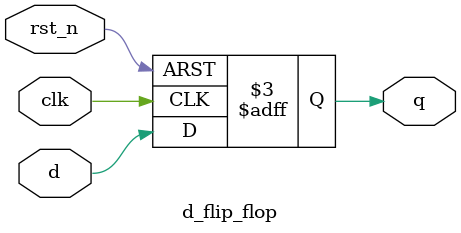
<source format=v>
module d_flip_flop (
    input wire clk,      // Clock input
    input wire rst_n,    // Asynchronous active-low reset
    input wire d,        // Data input
    output reg q         // Output
);

always @(posedge clk or negedge rst_n) begin
    if (!rst_n)
        q <= 1'b0;      // Reset output to 0
    else
        q <= d;         // Transfer input to output on clock edge
end

endmodule
</source>
